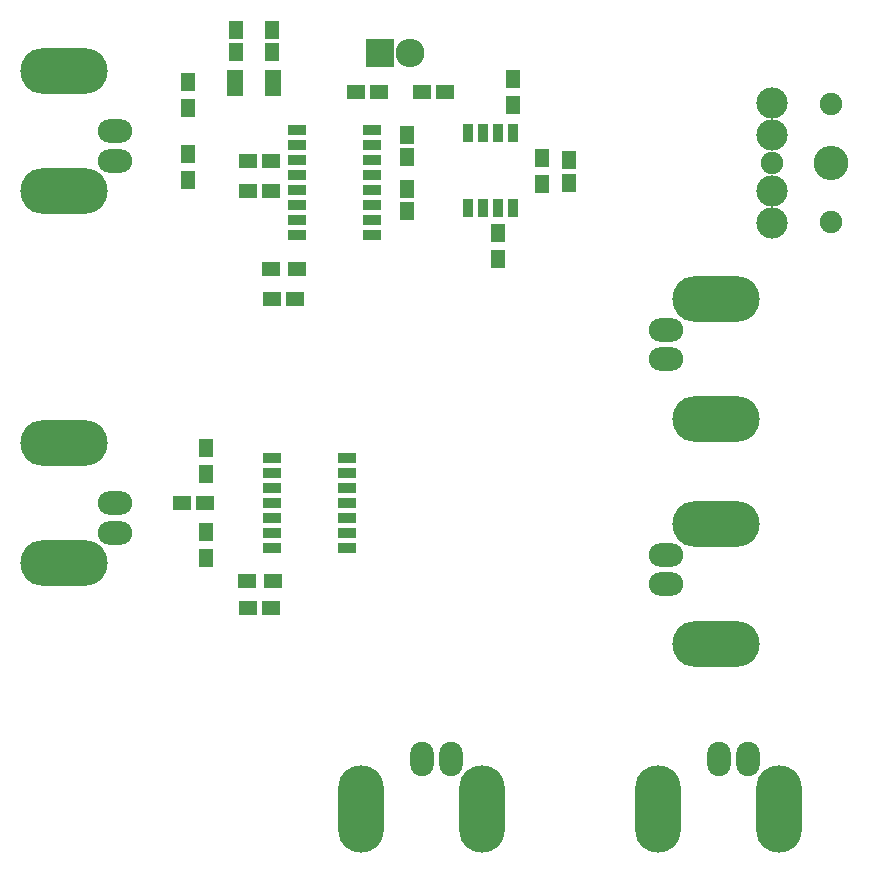
<source format=gbr>
G04 #@! TF.FileFunction,Soldermask,Top*
%FSLAX46Y46*%
G04 Gerber Fmt 4.6, Leading zero omitted, Abs format (unit mm)*
G04 Created by KiCad (PCBNEW 4.0.2-stable) date Tuesday, August 30, 2016 'PMt' 11:58:46 PM*
%MOMM*%
G01*
G04 APERTURE LIST*
%ADD10C,0.100000*%
%ADD11R,1.600000X1.150000*%
%ADD12R,1.150000X1.600000*%
%ADD13O,7.400240X3.900120*%
%ADD14O,2.899360X2.000200*%
%ADD15C,1.898600*%
%ADD16O,2.940000X2.940000*%
%ADD17O,2.647900X2.647900*%
%ADD18R,1.400760X2.299920*%
%ADD19O,3.900120X7.400240*%
%ADD20O,2.000200X2.899360*%
%ADD21R,2.432000X2.432000*%
%ADD22O,2.432000X2.432000*%
%ADD23R,1.300000X1.600000*%
%ADD24R,1.600000X1.300000*%
%ADD25R,1.543000X0.908000*%
%ADD26R,0.908000X1.543000*%
G04 APERTURE END LIST*
D10*
D11*
X68260000Y-135128000D03*
X66360000Y-135128000D03*
D12*
X73914000Y-95062000D03*
X73914000Y-96962000D03*
D11*
X88580000Y-100330000D03*
X86680000Y-100330000D03*
X73980000Y-117856000D03*
X75880000Y-117856000D03*
X73848000Y-144018000D03*
X71948000Y-144018000D03*
X81092000Y-100330000D03*
X82992000Y-100330000D03*
D12*
X70866000Y-95062000D03*
X70866000Y-96962000D03*
X85344000Y-103952000D03*
X85344000Y-105852000D03*
X85344000Y-110424000D03*
X85344000Y-108524000D03*
D11*
X71948000Y-106172000D03*
X73848000Y-106172000D03*
X71948000Y-108712000D03*
X73848000Y-108712000D03*
D12*
X99110800Y-106085600D03*
X99110800Y-107985600D03*
D13*
X111531400Y-117838220D03*
X111531400Y-128036320D03*
D14*
X107266740Y-122936000D03*
X107266740Y-120436640D03*
D15*
X121254520Y-111325660D03*
X121254520Y-101328220D03*
X116253260Y-106326940D03*
D16*
X121254520Y-106326940D03*
D17*
X116253260Y-108724700D03*
X116253260Y-103926640D03*
X116253260Y-101226620D03*
X116253260Y-111424720D03*
D18*
X70789800Y-99568000D03*
X73990200Y-99568000D03*
D19*
X91711780Y-161061400D03*
X81513680Y-161061400D03*
D20*
X86614000Y-156796740D03*
X89113360Y-156796740D03*
D19*
X116857780Y-161061400D03*
X106659680Y-161061400D03*
D20*
X111760000Y-156796740D03*
X114259360Y-156796740D03*
D13*
X56362600Y-140225780D03*
X56362600Y-130027680D03*
D14*
X60627260Y-135128000D03*
X60627260Y-137627360D03*
D21*
X83058000Y-97028000D03*
D22*
X85598000Y-97028000D03*
D13*
X111531400Y-136888220D03*
X111531400Y-147086320D03*
D14*
X107266740Y-141986000D03*
X107266740Y-139486640D03*
D23*
X68326000Y-139784000D03*
X68326000Y-137584000D03*
X68326000Y-132672000D03*
X68326000Y-130472000D03*
X66802000Y-107780000D03*
X66802000Y-105580000D03*
D24*
X71798000Y-141732000D03*
X73998000Y-141732000D03*
D23*
X66802000Y-99484000D03*
X66802000Y-101684000D03*
D24*
X73830000Y-115316000D03*
X76030000Y-115316000D03*
D23*
X94361000Y-101430000D03*
X94361000Y-99230000D03*
X96824800Y-105935600D03*
X96824800Y-108135600D03*
X93116400Y-112234800D03*
X93116400Y-114434800D03*
D13*
X56362600Y-108729780D03*
X56362600Y-98531680D03*
D14*
X60627260Y-103632000D03*
X60627260Y-106131360D03*
D25*
X80264000Y-138938000D03*
X80264000Y-137668000D03*
X80264000Y-136398000D03*
X80264000Y-135128000D03*
X80264000Y-133858000D03*
X80264000Y-132588000D03*
X80264000Y-131318000D03*
X73914000Y-131318000D03*
X73914000Y-132588000D03*
X73914000Y-135128000D03*
X73914000Y-136398000D03*
X73914000Y-137668000D03*
X73914000Y-138938000D03*
X73914000Y-133858000D03*
X76073000Y-112395000D03*
X76073000Y-109855000D03*
X76073000Y-108585000D03*
X76073000Y-107315000D03*
X76073000Y-106045000D03*
X76073000Y-104775000D03*
X76073000Y-103505000D03*
X82423000Y-103505000D03*
X82423000Y-104775000D03*
X82423000Y-106045000D03*
X82423000Y-107315000D03*
X82423000Y-108585000D03*
X82423000Y-109855000D03*
X82423000Y-111125000D03*
X82423000Y-112395000D03*
X76073000Y-111125000D03*
D26*
X94361000Y-110109000D03*
X93091000Y-110109000D03*
X91821000Y-110109000D03*
X90551000Y-110109000D03*
X90551000Y-103759000D03*
X91821000Y-103759000D03*
X93091000Y-103759000D03*
X94361000Y-103759000D03*
M02*

</source>
